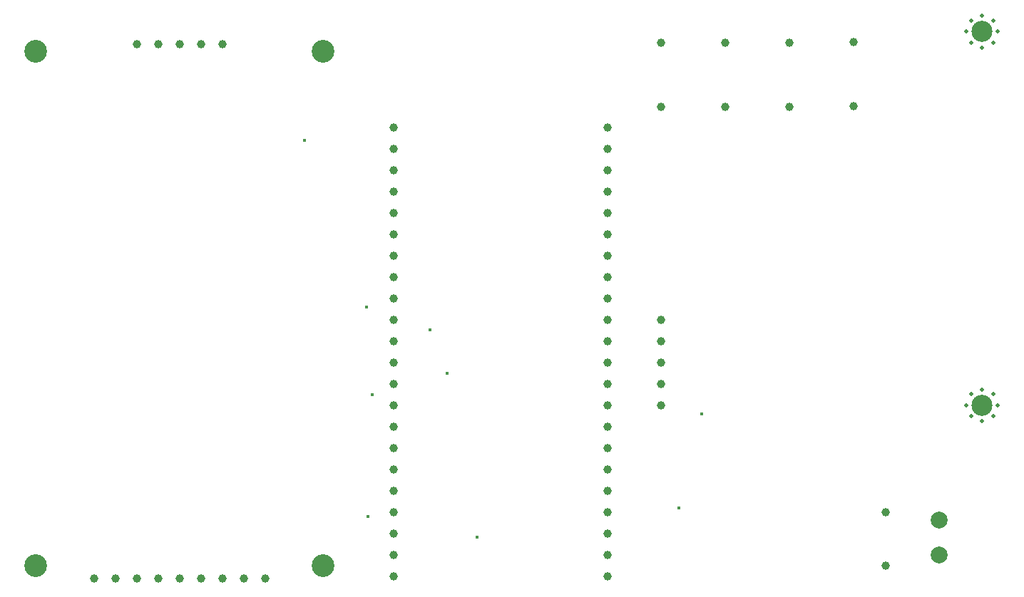
<source format=gbr>
%TF.GenerationSoftware,KiCad,Pcbnew,7.0.7*%
%TF.CreationDate,2023-11-14T16:57:40+01:00*%
%TF.ProjectId,ssr25router,73737232-3572-46f7-9574-65722e6b6963,rev?*%
%TF.SameCoordinates,Original*%
%TF.FileFunction,Plated,1,2,PTH,Drill*%
%TF.FilePolarity,Positive*%
%FSLAX46Y46*%
G04 Gerber Fmt 4.6, Leading zero omitted, Abs format (unit mm)*
G04 Created by KiCad (PCBNEW 7.0.7) date 2023-11-14 16:57:40*
%MOMM*%
%LPD*%
G01*
G04 APERTURE LIST*
%TA.AperFunction,ViaDrill*%
%ADD10C,0.400000*%
%TD*%
%TA.AperFunction,ComponentDrill*%
%ADD11C,0.500000*%
%TD*%
%TA.AperFunction,ComponentDrill*%
%ADD12C,1.000000*%
%TD*%
%TA.AperFunction,ComponentDrill*%
%ADD13C,2.000000*%
%TD*%
%TA.AperFunction,ComponentDrill*%
%ADD14C,2.500000*%
%TD*%
%TA.AperFunction,ComponentDrill*%
%ADD15C,2.700000*%
%TD*%
G04 APERTURE END LIST*
D10*
X68199000Y-54864000D03*
X75565000Y-74676000D03*
X75692000Y-99568000D03*
X76200000Y-85090000D03*
X83058000Y-77343000D03*
X85090000Y-82550000D03*
X88646000Y-101981000D03*
X112688500Y-98552000D03*
X115316000Y-87376000D03*
D11*
%TO.C,H1*%
X146770825Y-41910000D03*
%TO.C,H2*%
X146770825Y-86304175D03*
%TO.C,H1*%
X147320000Y-40584175D03*
X147320000Y-43235825D03*
%TO.C,H2*%
X147320000Y-84978350D03*
X147320000Y-87630000D03*
%TO.C,H1*%
X148645825Y-40035000D03*
X148645825Y-43785000D03*
%TO.C,H2*%
X148645825Y-84429175D03*
X148645825Y-88179175D03*
%TO.C,H1*%
X149971650Y-40584175D03*
X149971650Y-43235825D03*
%TO.C,H2*%
X149971650Y-84978350D03*
X149971650Y-87630000D03*
%TO.C,H1*%
X150520825Y-41910000D03*
%TO.C,H2*%
X150520825Y-86304175D03*
D12*
%TO.C,U3*%
X43180000Y-106910000D03*
X45720000Y-106910000D03*
X48260000Y-43390000D03*
X48260000Y-106910000D03*
X50800000Y-43390000D03*
X50800000Y-106910000D03*
X53340000Y-43390000D03*
X53340000Y-106910000D03*
X55880000Y-43390000D03*
X55880000Y-106910000D03*
X58420000Y-43390000D03*
X58420000Y-106910000D03*
X60960000Y-106910000D03*
X63500000Y-106910000D03*
%TO.C,U1*%
X78740000Y-53340000D03*
X78740000Y-55880000D03*
X78740000Y-58420000D03*
X78740000Y-60960000D03*
X78740000Y-63500000D03*
X78740000Y-66040000D03*
X78740000Y-68580000D03*
X78740000Y-71120000D03*
X78740000Y-73660000D03*
X78740000Y-76200000D03*
X78740000Y-78740000D03*
X78740000Y-81280000D03*
X78740000Y-83820000D03*
X78740000Y-86360000D03*
X78740000Y-88900000D03*
X78740000Y-91440000D03*
X78740000Y-93980000D03*
X78740000Y-96520000D03*
X78740000Y-99060000D03*
X78740000Y-101600000D03*
X78740000Y-104140000D03*
X78740000Y-106680000D03*
X104140000Y-53340000D03*
X104140000Y-55880000D03*
X104140000Y-58420000D03*
X104140000Y-60960000D03*
X104140000Y-63500000D03*
X104140000Y-66040000D03*
X104140000Y-68580000D03*
X104140000Y-71120000D03*
X104140000Y-73660000D03*
X104140000Y-76200000D03*
X104140000Y-78740000D03*
X104140000Y-81280000D03*
X104140000Y-83820000D03*
X104140000Y-86360000D03*
X104140000Y-88900000D03*
X104140000Y-91440000D03*
X104140000Y-93980000D03*
X104140000Y-96520000D03*
X104140000Y-99060000D03*
X104140000Y-101600000D03*
X104140000Y-104140000D03*
X104141864Y-106680000D03*
%TO.C,RL4*%
X110490000Y-43190000D03*
X110490000Y-50810000D03*
%TO.C,U2*%
X110490000Y-76200000D03*
X110490000Y-78740000D03*
X110490000Y-81280000D03*
X110490000Y-83820000D03*
X110490000Y-86360000D03*
%TO.C,RL3*%
X118110000Y-43190000D03*
X118110000Y-50810000D03*
%TO.C,RL2*%
X125730000Y-43190000D03*
X125730000Y-50810000D03*
%TO.C,RL1*%
X133350000Y-43180000D03*
X133350000Y-50800000D03*
%TO.C,U2*%
X137160000Y-99060000D03*
X137160000Y-105410000D03*
D13*
%TO.C,J1*%
X143510000Y-99949000D03*
X143510000Y-104140000D03*
D14*
%TO.C,H1*%
X148645825Y-41910000D03*
%TO.C,H2*%
X148645825Y-86304175D03*
D15*
%TO.C,U3*%
X36290000Y-44210000D03*
X36290000Y-105410000D03*
X70390000Y-44210000D03*
X70390000Y-105410000D03*
M02*

</source>
